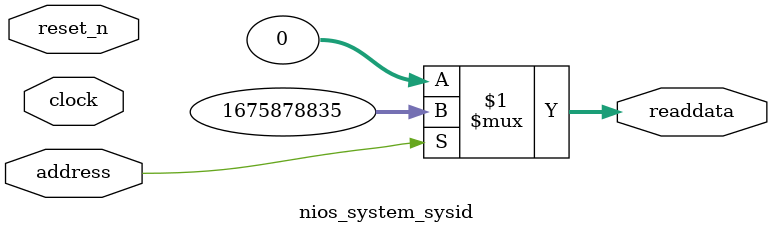
<source format=v>



// synthesis translate_off
`timescale 1ns / 1ps
// synthesis translate_on

// turn off superfluous verilog processor warnings 
// altera message_level Level1 
// altera message_off 10034 10035 10036 10037 10230 10240 10030 

module nios_system_sysid (
               // inputs:
                address,
                clock,
                reset_n,

               // outputs:
                readdata
             )
;

  output  [ 31: 0] readdata;
  input            address;
  input            clock;
  input            reset_n;

  wire    [ 31: 0] readdata;
  //control_slave, which is an e_avalon_slave
  assign readdata = address ? 1675878835 : 0;

endmodule



</source>
